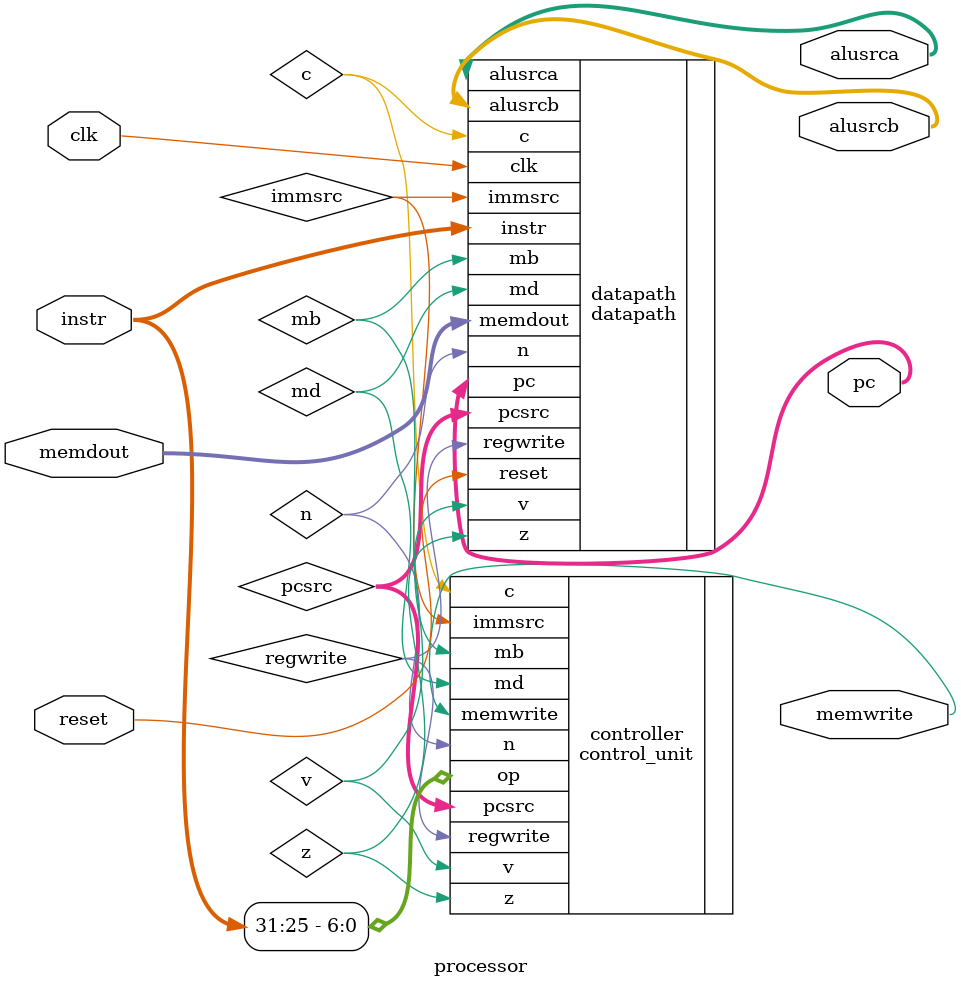
<source format=v>
`timescale 1ns / 1ps


module processor(
    input clk, reset,
    input [15:0] memdout,
    input [31:0] instr,
    output [15:0] pc,
    output [15:0] alusrca, alusrcb,
    output memwrite
    );
    
    wire c, v, n, z;
    wire mb, md, regwrite, immsrc;
    wire [2:0] pcsrc;
    
    datapath datapath(
        .clk(clk), .reset(reset),
        .instr(instr),
        .mb(mb), .md(md),
        .regwrite(regwrite),
        .pcsrc(pcsrc),
        .immsrc(immsrc),
        .alusrca(alusrca), .alusrcb(alusrcb),
        .c(c), .v(v), .n(n), .z(z),
        .memdout(memdout),
        .pc(pc)   
        );
    
    control_unit controller(
        .op(instr[31:25]),
        .c(c), .v(v), .n(n), .z(z),
        .mb(mb), .md(md),
        .regwrite(regwrite), .memwrite(memwrite),
        .pcsrc(pcsrc), .immsrc(immsrc)
        );
    
    
endmodule

</source>
